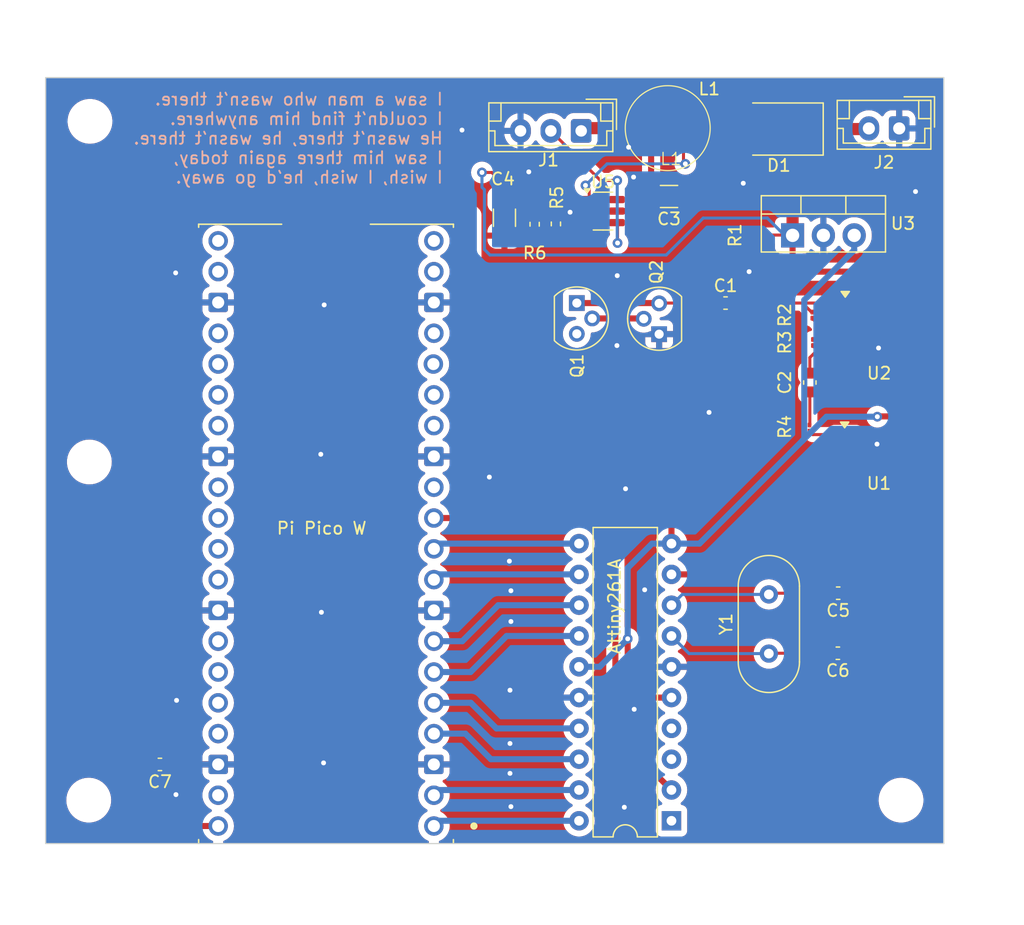
<source format=kicad_pcb>
(kicad_pcb (version 20221018) (generator pcbnew)
  (layers (0 "F.Cu" signal) (31 "B.Cu" signal) (34 "B.Paste" user) (35 "F.Paste" user) (36 "B.SilkS" user "B.Silkscreen") (37 "F.SilkS" user "F.Silkscreen") (38 "B.Mask" user) (39 "F.Mask" user) (44 "Edge.Cuts" user))
  (net 0 "")
  (net 1 "Net-(Q1-C)")
  (net 2 "Net-(C1-Pad2)")
  (net 3 "Net-(C2-Pad1)")
  (net 4 "Net-(C2-Pad2)")
  (net 5 "Net-(Q1-B)")
  (net 7 "Net-(A1-GP0)")
  (net 8 "Net-(R2-Pad2)")
  (net 9 "Net-(R4-Pad2)")
  (net 10 "Net-(U1-Pad2)")
  (net 23 "Net-(J1-Pin_1)")
  (net 24 "Net-(D1-A)")
  (net 25 "Net-(D1-K)")
  (net 26 "Net-(U5-FB)")
  (net 28 "Net-(A1-GP1)")
  (net 29 "Net-(A1-AGND)")
  (net 30 "Net-(A1-GP2)")
  (net 31 "Net-(A1-GP3)")
  (net 32 "Net-(A1-GP4)")
  (net 33 "Net-(A1-GP5)")
  (net 34 "Net-(A1-GP6)")
  (net 35 "Net-(A1-GP7)")
  (net 36 "Net-(A1-GP8)")
  (net 59 "Net-(A1-VBUS)")
  (net 60 "Net-(J1-Pin_2)")
  (net 61 "Net-(U6-XTAL2{slash}PB5)")
  (net 62 "Net-(U6-XTAL1{slash}PB4)")
  (net 63 "Net-(U6-PB6)")
  (footprint "customsoic:SOIC-14 5.4mm" (layer "F.Cu") (at 84.2148 99.441)
    (fp_text reference "" (at 0 -0.5 unlocked) (layer "F.SilkS") (effects (font (thickness 0.1))))
    (fp_text value "4069")
    (fp_poly (pts (xy -4.2825 -4.37) (xy -4.6225 -4.84) (xy -3.9425 -4.84) (xy -4.2825 -4.37)) (stroke (width 0.12)) (fill solid) (layer "F.SilkS"))
    (pad "1" smd roundrect (at -4.22 -3.81) (size 2.05 0.6) (layers "F.Cu" "F.Paste" "F.Mask") (net 9 "Net-(R4-Pad2)"))
    (pad "2" smd roundrect (at -4.22 -2.54) (size 2.05 0.6) (layers "F.Cu" "F.Paste" "F.Mask") (net 10 "Net-(U1-Pad2)"))
    (pad "3" smd roundrect (at -4.22 -1.27) (size 2.05 0.6) (layers "F.Cu" "F.Paste" "F.Mask") (net 10 "Net-(U1-Pad2)"))
    (pad "4" smd roundrect (at -4.22 0) (size 2.05 0.6) (layers "F.Cu" "F.Paste" "F.Mask") (net 63 "Net-(U6-PB6)"))
    (pad "5" smd roundrect (at -4.22 1.27) (size 2.05 0.6) (layers "F.Cu" "F.Paste" "F.Mask") (net 29 "Net-(A1-AGND)"))
    (pad "6" smd roundrect (at -4.22 2.54) (size 2.05 0.6) (layers "F.Cu" "F.Paste" "F.Mask"))
    (pad "7" smd roundrect (at -4.22 3.81) (size 2.05 0.6) (layers "F.Cu" "F.Paste" "F.Mask") (net 29 "Net-(A1-AGND)"))
    (pad "8" smd roundrect (at 1.18 3.81) (size 2.05 0.6) (layers "F.Cu" "F.Paste" "F.Mask"))
    (pad "9" smd roundrect (at 1.18 2.54) (size 2.05 0.6) (layers "F.Cu" "F.Paste" "F.Mask") (net 29 "Net-(A1-AGND)"))
    (pad "10" smd roundrect (at 1.18 1.27) (size 2.05 0.6) (layers "F.Cu" "F.Paste" "F.Mask"))
    (pad "11" smd roundrect (at 1.18 0) (size 2.05 0.6) (layers "F.Cu" "F.Paste" "F.Mask") (net 29 "Net-(A1-AGND)"))
    (pad "12" smd roundrect (at 1.18 -1.27) (size 2.05 0.6) (layers "F.Cu" "F.Paste" "F.Mask"))
    (pad "13" smd roundrect (at 1.18 -2.54) (size 2.05 0.6) (layers "F.Cu" "F.Paste" "F.Mask") (net 29 "Net-(A1-AGND)"))
    (pad "14" smd roundrect (at 1.18 -3.81) (size 2.05 0.6) (layers "F.Cu" "F.Paste" "F.Mask") (net 59 "Net-(A1-VBUS)"))
  )
  (footprint "Capacitor_SMD:C_0603_1608Metric" (layer "F.Cu") (at 79.375 113.665 180)
    (fp_text reference "C6" (at 0 -1.43) (layer "F.SilkS"))
    (fp_text value "22pF")
    (fp_line (start -0.14058 -0.51) (end 0.14058 -0.51) (stroke (width 0.12)) (layer "F.SilkS"))
    (fp_line (start -0.14058 0.51) (end 0.14058 0.51) (stroke (width 0.12)) (layer "F.SilkS"))
    (pad "1" smd roundrect (at -0.775 0 180) (size 0.9 0.95) (layers "F.Cu" "F.Paste" "F.Mask") (net 29 "Net-(A1-AGND)"))
    (pad "2" smd roundrect (at 0.775 0 180) (size 0.9 0.95) (layers "F.Cu" "F.Paste" "F.Mask") (net 62 "Net-(U6-XTAL1{slash}PB4)"))
  )
  (footprint "Capacitor_SMD:C_0603_1608Metric" (layer "F.Cu") (at 70.117 84.7852)
    (fp_text reference "C1" (at 0 -1.43) (layer "F.SilkS"))
    (fp_text value "0.1uF")
    (fp_line (start -0.14058 -0.51) (end 0.14058 -0.51) (stroke (width 0.12)) (layer "F.SilkS"))
    (fp_line (start -0.14058 0.51) (end 0.14058 0.51) (stroke (width 0.12)) (layer "F.SilkS"))
    (pad "1" smd roundrect (at -0.775 0) (size 0.9 0.95) (layers "F.Cu" "F.Paste" "F.Mask") (net 1 "Net-(Q1-C)"))
    (pad "2" smd roundrect (at 0.775 0) (size 0.9 0.95) (layers "F.Cu" "F.Paste" "F.Mask") (net 2 "Net-(C1-Pad2)"))
  )
  (footprint "Capacitor_SMD:C_0603_1608Metric" (layer "F.Cu") (at 79.4004 108.712 180)
    (fp_text reference "C5" (at 0 -1.43) (layer "F.SilkS"))
    (fp_text value "22pF")
    (fp_line (start -0.14058 -0.51) (end 0.14058 -0.51) (stroke (width 0.12)) (layer "F.SilkS"))
    (fp_line (start -0.14058 0.51) (end 0.14058 0.51) (stroke (width 0.12)) (layer "F.SilkS"))
    (pad "1" smd roundrect (at -0.775 0 180) (size 0.9 0.95) (layers "F.Cu" "F.Paste" "F.Mask") (net 29 "Net-(A1-AGND)"))
    (pad "2" smd roundrect (at 0.775 0 180) (size 0.9 0.95) (layers "F.Cu" "F.Paste" "F.Mask") (net 61 "Net-(U6-XTAL2{slash}PB5)"))
  )
  (footprint "Package_TO_SOT_SMD:SOT-23-6" (layer "F.Cu") (at 60.0147 77.2008)
    (fp_text reference "U5" (at 0 -2.4) (layer "F.SilkS"))
    (fp_text value "MT3608")
    (fp_line (start 0 -1.56) (end -0.8 -1.56) (stroke (width 0.12)) (layer "F.SilkS"))
    (fp_line (start 0 -1.56) (end 0.8 -1.56) (stroke (width 0.12)) (layer "F.SilkS"))
    (fp_line (start 0 1.56) (end -0.8 1.56) (stroke (width 0.12)) (layer "F.SilkS"))
    (fp_line (start 0 1.56) (end 0.8 1.56) (stroke (width 0.12)) (layer "F.SilkS"))
    (fp_poly (pts (xy -1.3 -1.51) (xy -1.54 -1.84) (xy -1.06 -1.84) (xy -1.3 -1.51)) (stroke (width 0.12)) (fill solid) (layer "F.SilkS"))
    (pad "1" smd roundrect (at -1.1375 -0.95) (size 1.325 0.6) (layers "F.Cu" "F.Paste" "F.Mask") (net 24 "Net-(D1-A)"))
    (pad "2" smd roundrect (at -1.1375 0) (size 1.325 0.6) (layers "F.Cu" "F.Paste" "F.Mask") (net 29 "Net-(A1-AGND)"))
    (pad "3" smd roundrect (at -1.1375 0.95) (size 1.325 0.6) (layers "F.Cu" "F.Paste" "F.Mask") (net 26 "Net-(U5-FB)"))
    (pad "4" smd roundrect (at 1.1375 0.95) (size 1.325 0.6) (layers "F.Cu" "F.Paste" "F.Mask") (net 60 "Net-(J1-Pin_2)"))
    (pad "5" smd roundrect (at 1.1375 0) (size 1.325 0.6) (layers "F.Cu" "F.Paste" "F.Mask") (net 23 "Net-(J1-Pin_1)"))
    (pad "6" smd roundrect (at 1.1375 -0.95) (size 1.325 0.6) (layers "F.Cu" "F.Paste" "F.Mask"))
  )
  (footprint "Resistor_SMD:R_0402_1005Metric" (layer "F.Cu") (at 54.3814 78.2848 90)
    (fp_text reference "R6" hide)
    (fp_text value "R" hide)
    (fp_line (start -0.153641 -0.38) (end 0.153641 -0.38) (stroke (width 0.12)) (layer "F.SilkS"))
    (fp_line (start -0.153641 0.38) (end 0.153641 0.38) (stroke (width 0.12)) (layer "F.SilkS"))
    (pad "1" smd roundrect (at -0.51 0 90) (size 0.54 0.64) (layers "F.Cu" "F.Paste" "F.Mask") (net 26 "Net-(U5-FB)"))
    (pad "2" smd roundrect (at 0.51 0 90) (size 0.54 0.64) (layers "F.Cu" "F.Paste" "F.Mask") (net 29 "Net-(A1-AGND)"))
  )
  (footprint "Capacitor_SMD:C_1206_3216Metric" (layer "F.Cu") (at 51.8922 77.7494 -90)
    (fp_text reference "C4" hide)
    (fp_text value "C" hide)
    (fp_line (start -0.711252 -0.91) (end 0.711252 -0.91) (stroke (width 0.12)) (layer "F.SilkS"))
    (fp_line (start -0.711252 0.91) (end 0.711252 0.91) (stroke (width 0.12)) (layer "F.SilkS"))
    (pad "1" smd roundrect (at -1.475 0 270) (size 1.15 1.8) (layers "F.Cu" "F.Paste" "F.Mask") (roundrect_rratio 0.2173913043) (net 25 "Net-(D1-K)"))
    (pad "2" smd roundrect (at 1.475 0 270) (size 1.15 1.8) (layers "F.Cu" "F.Paste" "F.Mask") (roundrect_rratio 0.2173913043) (net 29 "Net-(A1-AGND)"))
  )
  (footprint "Package_TO_SOT_THT:TO-92" (layer "F.Cu") (at 57.8568 84.7852 -90)
    (fp_text reference "Q2" (at -2.5654 -6.5576 90) (layer "F.SilkS"))
    (fp_text value "2N5551")
    (fp_line (start -0.53 1.85) (end 3.07 1.85) (stroke (width 0.12)) (layer "F.SilkS"))
    (fp_arc (start -0.568478 1.838478) (mid -1.132087 -0.994977) (end 1.27 -2.6) (stroke (width 0.12)) (layer "F.SilkS"))
    (fp_arc (start 1.27 -2.6) (mid 3.672087 -0.994977) (end 3.108478 1.838478) (stroke (width 0.12)) (layer "F.SilkS"))
    (pad "1" thru_hole rect (at 0 0 270) (size 1.3 1.3) (drill 0.75) (layers "*.Cu" "*.Mask") (net 1 "Net-(Q1-C)"))
    (pad "2" thru_hole circle (at 1.27 -1.27 270) (size 1.3 1.3) (drill 0.75) (layers "*.Cu" "*.Mask") (net 5 "Net-(Q1-B)"))
    (pad "3" thru_hole circle (at 2.54 0 270) (size 1.3 1.3) (drill 0.75) (layers "*.Cu" "*.Mask"))
  )
  (footprint "files:cd32" (layer "F.Cu") (at 65.3496 70.358)
    (fp_text reference "L1" (at 0.26 2.54 unlocked) (layer "F.SilkS") (effects (font (thickness 0.1))))
    (fp_text value "L")
    (fp_circle (center 0 0) (end 3.5 0) (stroke (width 0.1)) (fill none) (layer "F.SilkS"))
    (pad "1" smd roundrect (at -1.3 0) (size 1.4 3.5) (layers "F.Cu" "F.Paste" "F.Mask") (net 23 "Net-(J1-Pin_1)"))
    (pad "2" smd roundrect (at 1.3 0) (size 1.4 3.5) (layers "F.Cu" "F.Paste" "F.Mask") (net 24 "Net-(D1-A)"))
  )
  (footprint "customsoic:SOIC-14 5.4mm" (layer "F.Cu") (at 84.2656 88.6714)
    (fp_text reference "" (at 0 -0.5 unlocked) (layer "F.SilkS") (effects (font (thickness 0.1))))
    (fp_text value "4069")
    (fp_poly (pts (xy -4.2825 -4.37) (xy -4.6225 -4.84) (xy -3.9425 -4.84) (xy -4.2825 -4.37)) (stroke (width 0.12)) (fill solid) (layer "F.SilkS"))
    (pad "1" smd roundrect (at -4.22 -3.81) (size 2.05 0.6) (layers "F.Cu" "F.Paste" "F.Mask") (net 2 "Net-(C1-Pad2)"))
    (pad "2" smd roundrect (at -4.22 -2.54) (size 2.05 0.6) (layers "F.Cu" "F.Paste" "F.Mask") (net 8 "Net-(R2-Pad2)"))
    (pad "3" smd roundrect (at -4.22 -1.27) (size 2.05 0.6) (layers "F.Cu" "F.Paste" "F.Mask") (net 8 "Net-(R2-Pad2)"))
    (pad "4" smd roundrect (at -4.22 0) (size 2.05 0.6) (layers "F.Cu" "F.Paste" "F.Mask") (net 3 "Net-(C2-Pad1)"))
    (pad "5" smd roundrect (at -4.22 1.27) (size 2.05 0.6) (layers "F.Cu" "F.Paste" "F.Mask"))
    (pad "6" smd roundrect (at -4.22 2.54) (size 2.05 0.6) (layers "F.Cu" "F.Paste" "F.Mask"))
    (pad "7" smd roundrect (at -4.22 3.81) (size 2.05 0.6) (layers "F.Cu" "F.Paste" "F.Mask") (net 29 "Net-(A1-AGND)"))
    (pad "8" smd roundrect (at 1.18 3.81) (size 2.05 0.6) (layers "F.Cu" "F.Paste" "F.Mask"))
    (pad "9" smd roundrect (at 1.18 2.54) (size 2.05 0.6) (layers "F.Cu" "F.Paste" "F.Mask"))
    (pad "10" smd roundrect (at 1.18 1.27) (size 2.05 0.6) (layers "F.Cu" "F.Paste" "F.Mask"))
    (pad "11" smd roundrect (at 1.18 0) (size 2.05 0.6) (layers "F.Cu" "F.Paste" "F.Mask"))
    (pad "12" smd roundrect (at 1.18 -1.27) (size 2.05 0.6) (layers "F.Cu" "F.Paste" "F.Mask"))
    (pad "13" smd roundrect (at 1.18 -2.54) (size 2.05 0.6) (layers "F.Cu" "F.Paste" "F.Mask"))
    (pad "14" smd roundrect (at 1.18 -3.81) (size 2.05 0.6) (layers "F.Cu" "F.Paste" "F.Mask") (net 25 "Net-(D1-K)"))
  )
  (footprint "Diode_SMD:D_SMB" (layer "F.Cu") (at 74.5072 70.4342 180)
    (fp_text reference "D1" (at 0 -3) (layer "F.SilkS"))
    (fp_text value "D_Schottky")
    (fp_line (start -3.66 -2.15) (end -3.66 2.15) (stroke (width 0.12)) (layer "F.SilkS"))
    (fp_line (start -3.66 -2.15) (end 2.15 -2.15) (stroke (width 0.12)) (layer "F.SilkS"))
    (fp_line (start -3.66 2.15) (end 2.15 2.15) (stroke (width 0.12)) (layer "F.SilkS"))
    (pad "1" smd roundrect (at -2.15 0 180) (size 2.5 2.3) (layers "F.Cu" "F.Paste" "F.Mask") (roundrect_rratio 0.1086956522) (net 25 "Net-(D1-K)"))
    (pad "2" smd roundrect (at 2.15 0 180) (size 2.5 2.3) (layers "F.Cu" "F.Paste" "F.Mask") (roundrect_rratio 0.1086956522) (net 24 "Net-(D1-A)"))
  )
  (footprint "Resistor_SMD:R_01005_0402Metric" (layer "F.Cu") (at 77.2668 85.7802 -90)
    (fp_text reference "R2" (at 0 2.2668 90) (layer "F.SilkS"))
    (fp_text value "100k")
    (pad "1" smd roundrect (at -0.25 0 270) (size 0.4 0.3) (layers "F.Cu" "F.Mask") (net 2 "Net-(C1-Pad2)"))
    (pad "2" smd roundrect (at 0.25 0 270) (size 0.4 0.3) (layers "F.Cu" "F.Mask") (net 8 "Net-(R2-Pad2)"))
  )
  (footprint "MountingHole:MountingHole_3.2mm_M3" (layer "F.Cu") (at 84.582 125.7808)
    (fp_text reference "H1" hide)
    (fp_text value "MountingHole")
    (pad "" np_thru_hole circle (at 0 0) (size 3.2 3.2) (drill 3.2) (layers "*.Cu" "*.Mask"))
  )
  (footprint "Resistor_SMD:R_01005_0402Metric" (layer "F.Cu") (at 77.0382 95.0932 -90)
    (fp_text reference "R4" (at -0.0932 2.0382 90) (layer "F.SilkS"))
    (fp_text value "1k" hide)
    (pad "1" smd roundrect (at -0.25 0 270) (size 0.4 0.3) (layers "F.Cu" "F.Mask") (net 4 "Net-(C2-Pad2)"))
    (pad "2" smd roundrect (at 0.25 0 270) (size 0.4 0.3) (layers "F.Cu" "F.Mask") (net 9 "Net-(R4-Pad2)"))
  )
  (footprint "MountingHole:MountingHole_3.2mm_M3" (layer "F.Cu") (at 17.6276 125.7808)
    (fp_text reference "H3" hide)
    (fp_text value "MountingHole")
    (pad "" np_thru_hole circle (at 0 0) (size 3.2 3.2) (drill 3.2) (layers "*.Cu" "*.Mask"))
  )
  (footprint "Resistor_SMD:R_01005_0402Metric" (layer "F.Cu") (at 69.3674 79.4512 -90)
    (fp_text reference "R1" (at -0.254874 -1.534824 90) (layer "F.SilkS"))
    (fp_text value "20k")
    (pad "1" smd roundrect (at -0.25 0 270) (size 0.4 0.3) (layers "F.Cu" "F.Mask") (net 25 "Net-(D1-K)"))
    (pad "2" smd roundrect (at 0.25 0 270) (size 0.4 0.3) (layers "F.Cu" "F.Mask") (net 1 "Net-(Q1-C)"))
  )
  (footprint "PiPico:MODULE_SC0918" (layer "F.Cu") (at 37.1856 103.7844 180)
    (fp_text reference "A1" hide)
    (fp_text value "SC0918" hide)
    (fp_line (start -10.5 -25.25) (end -10.5 -25.5) (stroke (width 0.127)) (layer "F.SilkS"))
    (fp_line (start -10.5 25.5) (end -10.5 25.25) (stroke (width 0.127)) (layer "F.SilkS"))
    (fp_line (start -3.66 25.5) (end -10.5 25.5) (stroke (width 0.127)) (layer "F.SilkS"))
    (fp_line (start 10.5 -25.5) (end 10.5 -25.25) (stroke (width 0.127)) (layer "F.SilkS"))
    (fp_line (start 10.5 25.5) (end 3.66 25.5) (stroke (width 0.127)) (layer "F.SilkS"))
    (fp_line (start 10.5 25.5) (end 10.5 25.25) (stroke (width 0.127)) (layer "F.SilkS"))
    (fp_circle (center -12.19 -24.13) (end -11.99 -24.13) (stroke (width 0.2)) (fill solid) (layer "F.SilkS"))
    (pad "1" thru_hole circle (at -8.89 -24.13 180) (size 1.6 1.6) (drill 1) (layers "*.Cu" "*.Mask") (net 7 "Net-(A1-GP0)"))
    (pad "2" thru_hole circle (at -8.89 -21.59 180) (size 1.6 1.6) (drill 1) (layers "*.Cu" "*.Mask") (net 28 "Net-(A1-GP1)"))
    (pad "3" thru_hole roundrect (at -8.89 -19.05 180) (size 1.6 1.6) (drill 1) (layers "*.Cu" "*.Mask") (roundrect_rratio 0.125) (net 29 "Net-(A1-AGND)"))
    (pad "4" thru_hole circle (at -8.89 -16.51 180) (size 1.6 1.6) (drill 1) (layers "*.Cu" "*.Mask") (net 30 "Net-(A1-GP2)"))
    (pad "5" thru_hole circle (at -8.89 -13.97 180) (size 1.6 1.6) (drill 1) (layers "*.Cu" "*.Mask") (net 31 "Net-(A1-GP3)"))
    (pad "6" thru_hole circle (at -8.89 -11.43 180) (size 1.6 1.6) (drill 1) (layers "*.Cu" "*.Mask") (net 32 "Net-(A1-GP4)"))
    (pad "7" thru_hole circle (at -8.89 -8.89 180) (size 1.6 1.6) (drill 1) (layers "*.Cu" "*.Mask") (net 33 "Net-(A1-GP5)"))
    (pad "8" thru_hole roundrect (at -8.89 -6.35 180) (size 1.6 1.6) (drill 1) (layers "*.Cu" "*.Mask") (roundrect_rratio 0.125) (net 29 "Net-(A1-AGND)"))
    (pad "9" thru_hole circle (at -8.89 -3.81 180) (size 1.6 1.6) (drill 1) (layers "*.Cu" "*.Mask") (net 34 "Net-(A1-GP6)"))
    (pad "10" thru_hole circle (at -8.89 -1.27 180) (size 1.6 1.6) (drill 1) (layers "*.Cu" "*.Mask") (net 35 "Net-(A1-GP7)"))
    (pad "11" thru_hole circle (at -8.89 1.27 180) (size 1.6 1.6) (drill 1) (layers "*.Cu" "*.Mask") (net 36 "Net-(A1-GP8)"))
    (pad "12" thru_hole circle (at -8.89 3.81 180) (size 1.6 1.6) (drill 1) (layers "*.Cu" "*.Mask"))
    (pad "13" thru_hole roundrect (at -8.89 6.35 180) (size 1.6 1.6) (drill 1) (layers "*.Cu" "*.Mask") (roundrect_rratio 0.125) (net 29 "Net-(A1-AGND)"))
    (pad "14" thru_hole circle (at -8.89 8.89 180) (size 1.6 1.6) (drill 1) (layers "*.Cu" "*.Mask"))
    (pad "15" thru_hole circle (at -8.89 11.43 180) (size 1.6 1.6) (drill 1) (layers "*.Cu" "*.Mask"))
    (pad "16" thru_hole circle (at -8.848119 13.97 180) (size 1.6 1.6) (drill 1) (layers "*.Cu" "*.Mask"))
    (pad "17" thru_hole circle (at -8.89 16.51 180) (size 1.6 1.6) (drill 1) (layers "*.Cu" "*.Mask"))
    (pad "18" thru_hole roundrect (at -8.89 19.05 180) (size 1.6 1.6) (drill 1) (layers "*.Cu" "*.Mask") (roundrect_rratio 0.125) (net 29 "Net-(A1-AGND)"))
    (pad "19" thru_hole circle (at -8.89 21.59 180) (size 1.6 1.6) (drill 1) (layers "*.Cu" "*.Mask"))
    (pad "20" thru_hole circle (at -8.89 24.13 180) (size 1.6 1.6) (drill 1) (layers "*.Cu" "*.Mask"))
    (pad "21" thru_hole circle (at 8.89 24.13 180) (size 1.6 1.6) (drill 1) (layers "*.Cu" "*.Mask"))
    (pad "22" thru_hole circle (at 8.89 21.59 180) (size 1.6 1.6) (drill 1) (layers "*.Cu" "*.Mask"))
    (pad "23" thru_hole roundrect (at 8.89 19.05 180) (size 1.6 1.6) (drill 1) (layers "*.Cu" "*.Mask") (roundrect_rratio 0.125) (net 29 "Net-(A1-AGND)"))
    (pad "24" thru_hole circle (at 8.89 16.51 180) (size 1.6 1.6) (drill 1) (layers "*.Cu" "*.Mask"))
    (pad "25" thru_hole circle (at 8.89 13.97 180) (size 1.6 1.6) (drill 1) (layers "*.Cu" "*.Mask"))
    (pad "26" thru_hole circle (at 8.89 11.43 180) (size 1.6 1.6) (drill 1) (layers "*.Cu" "*.Mask"))
    (pad "27" thru_hole circle (at 8.89 8.89 180) (size 1.6 1.6) (drill 1) (layers "*.Cu" "*.Mask"))
    (pad "28" thru_hole roundrect (at 8.89 6.35 180) (size 1.6 1.6) (drill 1) (layers "*.Cu" "*.Mask") (roundrect_rratio 0.125) (net 29 "Net-(A1-AGND)"))
    (pad "29" thru_hole circle (at 8.89 3.81 180) (size 1.6 1.6) (drill 1) (layers "*.Cu" "*.Mask"))
    (pad "30" thru_hole circle (at 8.89 1.27 180) (size 1.6 1.6) (drill 1) (layers "*.Cu" "*.Mask"))
    (pad "31" thru_hole circle (at 8.89 -1.27 180) (size 1.6 1.6) (drill 1) (layers "*.Cu" "*.Mask"))
    (pad "32" thru_hole circle (at 8.89 -3.81 180) (size 1.6 1.6) (drill 1) (layers "*.Cu" "*.Mask"))
    (pad "33" thru_hole roundrect (at 8.89 -6.35 180) (size 1.6 1.6) (drill 1) (layers "*.Cu" "*.Mask") (roundrect_rratio 0.125) (net 29 "Net-(A1-AGND)"))
    (pad "34" thru_hole circle (at 8.89 -8.89 180) (size 1.6 1.6) (drill 1) (layers "*.Cu" "*.Mask"))
    (pad "35" thru_hole circle (at 8.89 -11.43 180) (size 1.6 1.6) (drill 1) (layers "*.Cu" "*.Mask"))
    (pad "36" thru_hole circle (at 8.89 -13.97 180) (size 1.6 1.6) (drill 1) (layers "*.Cu" "*.Mask"))
    (pad "37" thru_hole circle (at 8.89 -16.51 180) (size 1.6 1.6) (drill 1) (layers "*.Cu" "*.Mask"))
    (pad "38" thru_hole roundrect (at 8.89 -19.05 180) (size 1.6 1.6) (drill 1) (layers "*.Cu" "*.Mask") (roundrect_rratio 0.125) (net 29 "Net-(A1-AGND)"))
    (pad "39" thru_hole circle (at 8.89 -21.59 180) (size 1.6 1.6) (drill 1) (layers "*.Cu" "*.Mask"))
    (pad "40" thru_hole circle (at 8.89 -24.13 180) (size 1.6 1.6) (drill 1) (layers "*.Cu" "*.Mask") (net 59 "Net-(A1-VBUS)"))
  )
  (footprint "Package_DIP:DIP-20_W7.62mm" (layer "F.Cu") (at 65.659 127.4826 180)
    (fp_text reference "U6" hide)
    (fp_text value "ATtiny261A-P")
    (fp_line (start 1.16 -1.33) (end 1.16 24.19) (stroke (width 0.12)) (layer "F.SilkS"))
    (fp_line (start 1.16 24.19) (end 6.46 24.19) (stroke (width 0.12)) (layer "F.SilkS"))
    (fp_line (start 2.81 -1.33) (end 1.16 -1.33) (stroke (width 0.12)) (layer "F.SilkS"))
    (fp_line (start 6.46 -1.33) (end 4.81 -1.33) (stroke (width 0.12)) (layer "F.SilkS"))
    (fp_line (start 6.46 24.19) (end 6.46 -1.33) (stroke (width 0.12)) (layer "F.SilkS"))
    (fp_arc (start 4.81 -1.33) (mid 3.81 -0.33) (end 2.81 -1.33) (stroke (width 0.12)) (layer "F.SilkS"))
    (pad "1" thru_hole rect (at 0 0 180) (size 1.6 1.6) (drill 0.8) (layers "*.Cu" "*.Mask"))
    (pad "2" thru_hole oval (at 0 2.54 180) (size 1.6 1.6) (drill 0.8) (layers "*.Cu" "*.Mask") (net 36 "Net-(A1-GP8)"))
    (pad "3" thru_hole oval (at 0 5.08 180) (size 1.6 1.6) (drill 0.8) (layers "*.Cu" "*.Mask"))
    (pad "4" thru_hole oval (at 0 7.62 180) (size 1.6 1.6) (drill 0.8) (layers "*.Cu" "*.Mask"))
    (pad "5" thru_hole oval (at 0 10.16 180) (size 1.6 1.6) (drill 0.8) (layers "*.Cu" "*.Mask") (net 59 "Net-(A1-VBUS)"))
    (pad "6" thru_hole oval (at 0 12.7 180) (size 1.6 1.6) (drill 0.8) (layers "*.Cu" "*.Mask") (net 29 "Net-(A1-AGND)"))
    (pad "7" thru_hole oval (at 0 15.24 180) (size 1.6 1.6) (drill 0.8) (layers "*.Cu" "*.Mask") (net 62 "Net-(U6-XTAL1{slash}PB4)"))
    (pad "8" thru_hole oval (at 0 17.78 180) (size 1.6 1.6) (drill 0.8) (layers "*.Cu" "*.Mask") (net 61 "Net-(U6-XTAL2{slash}PB5)"))
    (pad "9" thru_hole oval (at 0 20.32 180) (size 1.6 1.6) (drill 0.8) (layers "*.Cu" "*.Mask") (net 63 "Net-(U6-PB6)"))
    (pad "10" thru_hole oval (at 0 22.86 180) (size 1.6 1.6) (drill 0.8) (layers "*.Cu" "*.Mask") (net 59 "Net-(A1-VBUS)"))
    (pad "11" thru_hole oval (at 7.62 22.86 180) (size 1.6 1.6) (drill 0.8) (layers "*.Cu" "*.Mask") (net 35 "Net-(A1-GP7)"))
    (pad "12" thru_hole oval (at 7.62 20.32 180) (size 1.6 1.6) (drill 0.8) (layers "*.Cu" "*.Mask") (net 34 "Net-(A1-GP6)"))
    (pad "13" thru_hole oval (at 7.62 17.78 180) (size 1.6 1.6) (drill 0.8) (layers "*.Cu" "*.Mask") (net 33 "Net-(A1-GP5)"))
    (pad "14" thru_hole oval (at 7.62 15.24 180) (size 1.6 1.6) (drill 0.8) (layers "*.Cu" "*.Mask") (net 32 "Net-(A1-GP4)"))
    (pad "15" thru_hole oval (at 7.62 12.7 180) (size 1.6 1.6) (drill 0.8) (layers "*.Cu" "*.Mask") (net 59 "Net-(A1-VBUS)"))
    (pad "16" thru_hole oval (at 7.62 10.16 180) (size 1.6 1.6) (drill 0.8) (layers "*.Cu" "*.Mask") (net 29 "Net-(A1-AGND)"))
    (pad "17" thru_hole oval (at 7.62 7.62 180) (size 1.6 1.6) (drill 0.8) (layers "*.Cu" "*.Mask") (net 31 "Net-(A1-GP3)"))
    (pad "18" thru_hole oval (at 7.62 5.08 180) (size 1.6 1.6) (drill 0.8) (layers "*.Cu" "*.Mask") (net 30 "Net-(A1-GP2)"))
    (pad "19" thru_hole oval (at 7.62 2.54 180) (size 1.6 1.6) (drill 0.8) (layers "*.Cu" "*.Mask") (net 28 "Net-(A1-GP1)"))
    (pad "20" thru_hole oval (at 7.62 0 180) (size 1.6 1.6) (drill 0.8) (layers "*.Cu" "*.Mask") (net 7 "Net-(A1-GP0)"))
  )
  (footprint "Capacitor_SMD:C_1206_3216Metric" (layer "F.Cu") (at 65.4576 75.9968 180)
    (fp_text reference "C3" (at 0 -1.85) (layer "F.SilkS"))
    (fp_text value "C")
    (fp_line (start -0.711252 -0.91) (end 0.711252 -0.91) (stroke (width 0.12)) (layer "F.SilkS"))
    (fp_line (start -0.711252 0.91) (end 0.711252 0.91) (stroke (width 0.12)) (layer "F.SilkS"))
    (pad "1" smd roundrect (at -1.475 0 180) (size 1.15 1.8) (layers "F.Cu" "F.Paste" "F.Mask") (roundrect_rratio 0.2173913043) (net 29 "Net-(A1-AGND)"))
    (pad "2" smd roundrect (at 1.475 0 180) (size 1.15 1.8) (layers "F.Cu" "F.Paste" "F.Mask") (roundrect_rratio 0.2173913043) (net 23 "Net-(J1-Pin_1)"))
  )
  (footprint "Connector_JST:JST_EH_B3B-EH-A_1x03_P2.50mm_Vertical" (layer "F.Cu") (at 58.2168 70.5866 180)
    (fp_text reference "J1" (at 2.6924 -2.413) (layer "F.SilkS"))
    (fp_text value "Conn_01x03_Pin")
    (fp_line (start -2.91 0.11) (end -2.91 2.61) (stroke (width 0.12)) (layer "F.SilkS"))
    (fp_line (start -2.91 2.61) (end -0.41 2.61) (stroke (width 0.12)) (layer "F.SilkS"))
    (fp_line (start -2.61 -1.71) (end -2.61 2.31) (stroke (width 0.12)) (layer "F.SilkS"))
    (fp_line (start -2.61 0) (end -2.11 0) (stroke (width 0.12)) (layer "F.SilkS"))
    (fp_line (start -2.61 0.81) (end -1.61 0.81) (stroke (width 0.12)) (layer "F.SilkS"))
    (fp_line (start -2.61 2.31) (end 7.61 2.31) (stroke (width 0.12)) (layer "F.SilkS"))
    (fp_line (start -2.11 -1.21) (end 7.11 -1.21) (stroke (width 0.12)) (layer "F.SilkS"))
    (fp_line (start -2.11 0) (end -2.11 -1.21) (stroke (width 0.12)) (layer "F.SilkS"))
    (fp_line (start -1.61 0.81) (end -1.61 2.31) (stroke (width 0.12)) (layer "F.SilkS"))
    (fp_line (start 6.61 0.81) (end 6.61 2.31) (stroke (width 0.12)) (layer "F.SilkS"))
    (fp_line (start 7.11 -1.21) (end 7.11 0) (stroke (width 0.12)) (layer "F.SilkS"))
    (fp_line (start 7.11 0) (end 7.61 0) (stroke (width 0.12)) (layer "F.SilkS"))
    (fp_line (start 7.61 -1.71) (end -2.61 -1.71) (stroke (width 0.12)) (layer "F.SilkS"))
    (fp_line (start 7.61 0.81) (end 6.61 0.81) (stroke (width 0.12)) (layer "F.SilkS"))
    (fp_line (start 7.61 2.31) (end 7.61 -1.71) (stroke (width 0.12)) (layer "F.SilkS"))
    (pad "1" thru_hole roundrect (at 0 0 180) (size 1.7 1.95) (drill 0.95) (layers "*.Cu" "*.Mask") (roundrect_rratio 0.1470588235) (net 23 "Net-(J1-Pin_1)"))
    (pad "2" thru_hole oval (at 2.5 0 180) (size 1.7 1.95) (drill 0.95) (layers "*.Cu" "*.Mask") (net 60 "Net-(J1-Pin_2)"))
    (pad "3" thru_hole oval (at 5 0 180) (size 1.7 1.95) (drill 0.95) (layers "*.Cu" "*.Mask") (net 29 "Net-(A1-AGND)"))
  )
  (footprint "Capacitor_SMD:C_0603_1608Metric" (layer "F.Cu") (at 23.495 122.8344 180)
    (fp_text reference "C7" (at 0 -1.43) (layer "F.SilkS"))
    (fp_text value "0.1uF")
    (fp_line (start -0.14058 -0.51) (end 0.14058 -0.51) (stroke (width 0.12)) (layer "F.SilkS"))
    (fp_line (start -0.14058 0.51) (end 0.14058 0.51) (stroke (width 0.12)) (layer "F.SilkS"))
    (pad "1" smd roundrect (at -0.775 0 180) (size 0.9 0.95) (layers "F.Cu" "F.Paste" "F.Mask") (net 29 "Net-(A1-AGND)"))
    (pad "2" smd roundrect (at 0.775 0 180) (size 0.9 0.95) (layers "F.Cu" "F.Paste" "F.Mask") (net 59 "Net-(A1-VBUS)"))
  )
  (footprint "MountingHole:MountingHole_3.2mm_M3" (layer "F.Cu") (at 17.6784 97.8916)
    (fp_text reference "H4" hide)
    (fp_text value "MountingHole")
    (pad "" np_thru_hole circle (at 0 0) (size 3.2 3.2) (drill 3.2) (layers "*.Cu" "*.Mask"))
  )
  (footprint "Package_TO_SOT_THT:TO-220-3_Vertical" (layer "F.Cu") (at 75.6412 79.2024)
    (fp_text reference "U3" (at 9.100693 -0.975774) (layer "F.SilkS"))
    (fp_text value "LM7805_TO220")
    (fp_line (start -2.58 -3.27) (end -2.58 1.371) (stroke (width 0.12)) (layer "F.SilkS"))
    (fp_line (start -2.58 -3.27) (end 7.66 -3.27) (stroke (width 0.12)) (layer "F.SilkS"))
    (fp_line (start -2.58 -1.76) (end 7.66 -1.76) (stroke (width 0.12)) (layer "F.SilkS"))
    (fp_line (start -2.58 1.371) (end 7.66 1.371) (stroke (width 0.12)) (layer "F.SilkS"))
    (fp_line (start 0.69 -3.27) (end 0.69 -1.76) (stroke (width 0.12)) (layer "F.SilkS"))
    (fp_line (start 4.391 -3.27) (end 4.391 -1.76) (stroke (width 0.12)) (layer "F.SilkS"))
    (fp_line (start 7.66 -3.27) (end 7.66 1.371) (stroke (width 0.12)) (layer "F.SilkS"))
    (pad "1" thru_hole rect (at 0 0) (size 1.905 2) (drill 1.1) (layers "*.Cu" "*.Mask") (net 25 "Net-(D1-K)"))
    (pad "2" thru_hole oval (at 2.54 0) (size 1.905 2) (drill 1.1) (layers "*.Cu" "*.Mask") (net 29 "Net-(A1-AGND)"))
    (pad "3" thru_hole oval (at 5.08 0) (size 1.905 2) (drill 1.1) (layers "*.Cu" "*.Mask") (net 59 "Net-(A1-VBUS)"))
  )
  (footprint "Capacitor_SMD:C_0603_1608Metric" (layer "F.Cu") (at 77.0636 91.3384 -90)
    (fp_text reference "C2" (at 0 2.0636 90) (layer "F.SilkS"))
    (fp_text value "0.1uF")
    (fp_line (start -0.14058 -0.51) (end 0.14058 -0.51) (stroke (width 0.12)) (layer "F.SilkS"))
    (fp_line (start -0.14058 0.51) (end 0.14058 0.51) (stroke (width 0.12)) (layer "F.SilkS"))
    (pad "1" smd roundrect (at -0.775 0 270) (size 0.9 0.95) (layers "F.Cu" "F.Paste" "F.Mask") (net 3 "Net-(C2-Pad1)"))
    (pad "2" smd roundrect (at 0.775 0 270) (size 0.9 0.95) (layers "F.Cu" "F.Paste" "F.Mask") (net 4 "Net-(C2-Pad2)"))
  )
  (footprint "MountingHole:MountingHole_3.2mm_M3" (layer "F.Cu") (at 17.7292 69.7992)
    (fp_text reference "H2" hide)
    (fp_text value "MountingHole")
    (pad "" np_thru_hole circle (at 0 0) (size 3.2 3.2) (drill 3.2) (layers "*.Cu" "*.Mask"))
  )
  (footprint "Package_TO_SOT_THT:TO-92" (layer "F.Cu") (at 64.643 87.3506 90)
    (fp_text reference "Q1" (at -2.6162 -6.7564 90) (layer "F.SilkS"))
    (fp_text value "2N5551")
    (fp_line (start -0.53 1.85) (end 3.07 1.85) (stroke (width 0.12)) (layer "F.SilkS"))
    (fp_arc (start -0.568478 1.838478) (mid -1.132087 -0.994977) (end 1.27 -2.6) (stroke (width 0.12)) (layer "F.SilkS"))
    (fp_arc (start 1.27 -2.6) (mid 3.672087 -0.994977) (end 3.108478 1.838478) (stroke (width 0.12)) (layer "F.SilkS"))
    (pad "1" thru_hole rect (at 0 0 90) (size 1.3 1.3) (drill 0.75) (layers "*.Cu" "*.Mask") (net 29 "Net-(A1-AGND)"))
    (pad "2" thru_hole circle (at 1.27 -1.27 90) (size 1.3 1.3) (drill 0.75) (layers "*.Cu" "*.Mask") (net 5 "Net-(Q1-B)"))
    (pad "3" thru_hole circle (at 2.54 0 90) (size 1.3 1.3) (drill 0.75) (layers "*.Cu" "*.Mask") (net 1 "Net-(Q1-C)"))
  )
  (footprint "Connector_JST:JST_EH_B2B-EH-A_1x02_P2.50mm_Vertical" (layer "F.Cu") (at 84.4296 70.3834 180)
    (fp_text reference "J2" (at 1.25 -2.8) (layer "F.SilkS"))
    (fp_text value "Conn_01x02_Pin" hide)
    (fp_line (start -2.91 0.11) (end -2.91 2.61) (stroke (width 0.12)) (layer "F.SilkS"))
    (fp_line (start -2.91 2.61) (end -0.41 2.61) (stroke (width 0.12)) (layer "F.SilkS"))
    (fp_line (start -2.61 -1.71) (end -2.61 2.31) (stroke (width 0.12)) (layer "F.SilkS"))
    (fp_line (start -2.61 0) (end -2.11 0) (stroke (width 0.12)) (layer "F.SilkS"))
    (fp_line (start -2.61 0.81) (end -1.61 0.81) (stroke (width 0.12)) (layer "F.SilkS"))
    (fp_line (start -2.61 2.31) (end 5.11 2.31) (stroke (width 0.12)) (layer "F.SilkS"))
    (fp_line (start -2.11 -1.21) (end 4.61 -1.21) (stroke (width 0.12)) (layer "F.SilkS"))
    (fp_line (start -2.11 0) (end -2.11 -1.21) (stroke (width 0.12)) (layer "F.SilkS"))
    (fp_line (start -1.61 0.81) (end -1.61 2.31) (stroke (width 0.12)) (layer "F.SilkS"))
    (fp_line (start 4.11 0.81) (end 4.11 2.31) (stroke (width 0.12)) (layer "F.SilkS"))
    (fp_line (start 4.61 -1.21) (end 4.61 0) (stroke (width 0.12)) (layer "F.SilkS"))
    (fp_line (start 4.61 0) (end 5.11 0) (stroke (width 0.12)) (layer "F.SilkS"))
    (fp_line (start 5.11 -1.71) (end -2.61 -1.71) (stroke (width 0.12)) (layer "F.SilkS"))
    (fp_line (start 5.11 0.81) (end 4.11 0.81) (stroke (width 0.12)) (layer "F.SilkS"))
    (fp_line (start 5.11 2.31) (end 5.11 -1.71) (stroke (width 0.12)) (layer "F.SilkS"))
    (pad "1" thru_hole roundrect (at 0 0 180) (size 1.7 2) (drill 1) (layers "*.Cu" "*.Mask") (roundrect_rratio 0.1470588235) (net 29 "Net-(A1-AGND)"))
    (pad "2" thru_hole oval (at 2.5 0 180) (size 1.7 2) (drill 1) (layers "*.Cu" "*.Mask") (net 25 "Net-(D1-K)"))
  )
  (footprint "Crystal:Crystal_HC49-U_Vertical" (layer "F.Cu") (at 73.6854 113.6936 90)
    (fp_text reference "Y1" (at 2.44 -3.525 90) (layer "F.SilkS"))
    (fp_text value "Crystal")
    (fp_line (start -0.685 -2.525) (end 5.565 -2.525) (stroke (width 0.12)) (layer "F.SilkS"))
    (fp_line (start -0.685 2.525) (end 5.565 2.525) (stroke (width 0.12)) (layer "F.SilkS"))
    (fp_arc (start -0.685 2.525) (mid -3.21 0) (end -0.685 -2.525) (stroke (width 0.12)) (layer "F.SilkS"))
    (fp_arc (start 5.565 -2.525) (mid 8.09 0) (end 5.565 2.525) (stroke (width 0.12)) (layer "F.SilkS"))
    (pad "1" thru_hole circle (at 0 0 90) (size 1.5 1.5) (drill 0.8) (layers "*.Cu" "*.Mask") (net 62 "Net-(U6-XTAL1{slash}PB4)"))
    (pad "2" thru_hole circle (at 4.88 0 90) (size 1.5 1.5) (drill 0.8) (layers "*.Cu" "*.Mask") (net 61 "Net-(U6-XTAL2{slash}PB5)"))
  )
  (footprint "Resistor_SMD:R_0402_1005Metric" (layer "F.Cu") (at 56.134 78.2574 -90)
    (fp_text reference "R5" (at -2.159 -0.0762 90) (layer "F.SilkS"))
    (fp_text value "R" hide)
    (fp_line (start -0.153641 -0.38) (end 0.153641 -0.38) (stroke (width 0.12)) (layer "F.SilkS"))
    (fp_line (start -0.153641 0.38) (end 0.153641 0.38) (stroke (width 0.12)) (layer "F.SilkS"))
    (pad "1" smd roundrect (at -0.51 0 270) (size 0.54 0.64) (layers "F.Cu" "F.Paste" "F.Mask") (net 25 "Net-(D1-K)"))
    (pad "2" smd roundrect (at 0.51 0 270) (size 0.54 0.64) (layers "F.Cu" "F.Paste" "F.Mask") (net 26 "Net-(U5-FB)"))
  )
  (footprint "Resistor_SMD:R_01005_0402Metric" (layer "F.Cu") (at 77.3176 88.0364 -90)
    (fp_text reference "R3" (at 0 2.3176 90) (layer "F.SilkS"))
    (fp_text value "100k")
    (pad "1" smd roundrect (at -0.25 0 270) (size 0.4 0.3) (layers "F.Cu" "F.Mask") (net 8 "Net-(R2-Pad2)"))
    (pad "2" smd roundrect (at 0.25 0 270) (size 0.4 0.3) (layers "F.Cu" "F.Mask") (net 3 "Net-(C2-Pad1)"))
  )
  (gr_rect (start 14.0716 66.1924) (end 88.1126 129.3622) (stroke (width 0.1)) (fill none) (layer "Edge.Cuts"))
  (gr_text "I saw a man who wasn't there.\nI couldn't find him anywhere.\nHe wasn't there, he wasn't there.\nI saw him there again today,\nI wish, I wish, he'd go away." (at 46.902649 75) (layer "B.SilkS") (effects (font (size 1 1)) (justify left bottom mirror)))
  (gr_text "Pi Pico W" (at 33.036366 103.944539) (layer "F.SilkS") (effects (font (size 1 1)) (justify left bottom)))
  (gr_text "Attiny261A" (at 61.550686 113.83257 90) (layer "F.SilkS") (effects (font (size 1 1)) (justify left bottom)))
  (gr_text "U1" (at 81.661018 100.245798) (layer "F.SilkS") (effects (font (size 1 1)) (justify left bottom)))
  (gr_text "C4" (at 50.694018 75.138803) (layer "F.SilkS") (effects (font (size 1 1)) (justify left bottom)))
  (gr_text "U2" (at 81.671774 91.156698) (layer "F.SilkS") (effects (font (size 1 1)) (justify left bottom)))
  (gr_text "R6" (at 53.313939 81.246169) (layer "F.SilkS") (effects (font (size 1 1)) (justify left bottom)))
  (gr_text "L1" (at 67.792345 67.715334) (layer "F.SilkS") (effects (font (size 1 1)) (justify left bottom)))
  (segment (start 69.342 84.7852) (end 68.8924 84.3356) (width 0.25) (layer "F.Cu") (net 1))
  (segment (start 68.8924 80.1762) (end 69.3424 79.7262) (width 0.25) (layer "F.Cu") (net 1))
  (segment (start 57.8568 84.7852) (end 64.6176 84.7852) (width 0.5) (layer "F.Cu") (net 1))
  (segment (start 64.6684 84.7852) (end 64.643 84.8106) (width 0.25) (layer "F.Cu") (net 1))
  (segment (start 69.342 84.7852) (end 64.6684 84.7852) (width 0.25) (layer "F.Cu") (net 1))
  (segment (start 68.8924 84.3356) (end 68.8924 80.1762) (width 0.25) (layer "F.Cu") (net 1))
  (segment (start 69.3424 79.7262) (end 69.3674 79.7262) (width 0.25) (layer "F.Cu") (net 1))
  (segment (start 57.8822 84.8106) (end 57.8568 84.7852) (width 0.25) (layer "F.Cu") (net 1))
  (segment (start 64.6176 84.7852) (end 64.643 84.8106) (width 0.25) (layer "F.Cu") (net 1))
  (segment (start 64.6176 84.7852) (end 64.643 84.8106) (width 0.25) (layer "B.Cu") (net 1))
  (segment (start 76.454 84.7852) (end 77.174 85.5052) (width 0.25) (layer "F.Cu") (net 2))
  (segment (start 77.174 85.5052) (end 77.2668 85.5052) (width 0.25) (layer "F.Cu") (net 2))
  (segment (start 70.892 84.7852) (end 76.454 84.7852) (width 0.25) (layer "F.Cu") (net 2))
  (segment (start 76.454 84.7852) (end 79.9694 84.7852) (width 0.25) (layer "F.Cu") (net 2))
  (segment (start 79.9694 84.7852) (end 80.0456 84.8614) (width 0.25) (layer "F.Cu") (net 2))
  (segment (start 77.6776 88.6714) (end 77.3176 88.3114) (width 0.25) (layer "F.Cu") (net 3))
  (segment (start 80.0456 88.6714) (end 77.6776 88.6714) (width 0.25) (layer "F.Cu") (net 3))
  (segment (start 77.0636 89.2854) (end 77.0636 90.5634) (width 0.25) (layer "F.Cu") (net 3))
  (segment (start 77.6776 88.6714) (end 77.0636 89.2854) (width 0.25) (layer "F.Cu") (net 3))
  (segment (start 77.0636 92.1134) (end 77.0636 94.7928) (width 0.25) (layer "F.Cu") (net 4))
  (segment (start 77.0636 94.7928) (end 77.0382 94.8182) (width 0.25) (layer "F.Cu") (net 4))
  (segment (start 63.3476 86.0552) (end 63.373 86.0806) (width 0.25) (layer "F.Cu") (net 5))
  (segment (start 59.1268 86.0552) (end 63.3476 86.0552) (width 0.5) (layer "F.Cu") (net 5))
  (segment (start 63.3476 86.0552) (end 63.373 86.0806) (width 0.5) (layer "B.Cu") (net 5))
  (segment (start 58.039 127.4826) (end 46.5074 127.4826) (width 0.5) (layer "B.Cu") (net 7))
  (segment (start 46.5074 127.4826) (end 46.0756 127.9144) (width 0.5) (layer "B.Cu") (net 7))
  (segment (start 80.0456 87.4014) (end 78.613 87.4014) (width 0.25) (layer "F.Cu") (net 8))
  (segment (start 78.613 87.4014) (end 78.253 87.7614) (width 0.25) (layer "F.Cu") (net 8))
  (segment (start 78.253 87.7614) (end 77.3176 87.7614) (width 0.25) (layer "F.Cu") (net 8))
  (segment (start 78.613 87.4014) (end 77.343 86.1314) (width 0.25) (layer "F.Cu") (net 8))
  (segment (start 77.343 86.1314) (end 80.0456 86.1314) (width 0.25) (layer "F.Cu") (net 8))
  (segment (start 77.301 95.631) (end 77.0382 95.3682) (width 0.25) (layer "F.Cu") (net 9))
  (segment (start 79.9948 95.631) (end 77.301 95.631) (width 0.25) (layer "F.Cu") (net 9))
  (segment (start 79.9948 96.901) (end 79.9948 98.171) (width 0.25) (layer "F.Cu") (net 10))
  (segment (start 58.4454 70.358) (end 58.2168 70.5866) (width 1) (layer "F.Cu") (net 23))
  (segment (start 61.1522 77.2008) (end 62.7786 77.2008) (width 0.5) (layer "F.Cu") (net 23))
  (segment (start 64.0496 70.358) (end 58.4454 70.358) (width 1) (layer "F.Cu") (net 23))
  (segment (start 63.9826 75.9968) (end 63.9826 70.425) (width 0.5) (layer "F.Cu") (net 23))
  (segment (start 63.9826 70.425) (end 64.0496 70.358) (width 0.5) (layer "F.Cu") (net 23))
  (segment (start 62.7786 77.2008) (end 63.9826 75.9968) (width 0.5) (layer "F.Cu") (net 23))
  (segment (start 66.802 73.3044) (end 66.6496 73.152) (width 0.25) (layer "F.Cu") (net 24))
  (segment (start 58.8772 75.3872) (end 58.5724 75.0824) (width 0.25) (layer "F.Cu") (net 24))
  (segment (start 72.281 70.358) (end 72.3572 70.4342) (width 1) (layer "F.Cu") (net 24))
  (segment (start 58.8772 76.2508) (end 58.8772 75.3872) (width 0.25) (layer "F.Cu") (net 24))
  (segment (start 66.6496 70.358) (end 72.281 70.358) (width 1) (layer "F.Cu") (net 24))
  (segment (start 66.6496 73.152) (end 66.6496 70.358) (width 0.25) (layer "F.Cu") (net 24))
  (via (at 58.5724 75.0824) (size 0.8) (drill 0.4) (layers "F.Cu" "B.Cu") (net 24))
  (via (at 66.802 73.3044) (size 0.8) (drill 0.4) (layers "F.Cu" "B.Cu") (net 24))
  (segment (start 60.3504 73.3044) (end 66.802 73.3044) (width 0.25) (layer "B.Cu") (net 24))
  (segment (start 58.5724 75.0824) (end 60.3504 73.3044) (width 0.25) (layer "B.Cu") (net 24))
  (segment (start 51.8922 75.057) (end 50.8508 74.0156) (width 0.25) (layer "F.Cu") (net 25))
  (segment (start 56.134 76.7334) (end 55.675 76.2744) (width 0.25) (layer "F.Cu") (net 25))
  (segment (start 75.6412 81.6864) (end 75.6412 79.2024) (width 0.5) (layer "F.Cu") (net 25))
  (segment (start 75.615 79.1762) (end 69.3674 79.1762) (width 0.25) (layer "F.Cu") (net 25))
  (segment (start 76.1492 82.1944) (end 75.6412 81.6864) (width 0.5) (layer "F.Cu") (net 25))
  (segment (start 55.675 76.2744) (end 51.8922 76.2744) (width 0.25) (layer "F.Cu") (net 25))
  (segment (start 51.8922 76.2744) (end 51.8922 75.057) (width 0.25) (layer "F.Cu") (net 25))
  (segment (start 50.8508 74.0156) (end 50.038 74.0156) (width 0.25) (layer "F.Cu") (net 25))
  (segment (start 75.6412 79.2024) (end 75.615 79.1762) (width 0.25) (layer "F.Cu") (net 25))
  (segment (start 75.6412 79.2024) (end 75.6412 74.93) (width 1) (layer "F.Cu") (net 25))
  (segment (start 81.8788 70.4342) (end 81.9296 70.3834) (width 1) (layer "F.Cu") (net 25))
  (segment (start 76.6572 73.914) (end 76.6572 70.4342) (width 1) (layer "F.Cu") (net 25))
  (segment (start 76.6572 70.4342) (end 81.8788 70.4342) (width 1) (layer "F.Cu") (net 25))
  (segment (start 75.6412 74.93) (end 76.6572 73.914) (width 1) (layer "F.Cu") (net 25))
  (segment (start 85.4456 84.8614) (end 82.7786 82.1944) (width 0.5) (layer "F.Cu") (net 25))
  (segment (start 56.134 76.7334) (end 56.134 77.7474) (width 0.25) (layer "F.Cu") (net 25))
  (segment (start 82.7786 82.1944) (end 76.1492 82.1944) (width 0.5) (layer "F.Cu") (net 25))
  (via (at 50.038 74.0156) (size 0.8) (drill 0.4) (layers "F.Cu" "B.Cu") (net 25))
  (segment (start 50.2412 75.438) (end 50.2412 80.3656) (width 0.25) (layer "B.Cu") (net 25))
  (segment (start 73.5584 77.7748) (end 74.986 79.2024) (width 0.25) (layer "B.Cu") (net 25))
  (segment (start 74.986 79.2024) (end 75.6412 79.2024) (width 0.25) (layer "B.Cu") (net 25))
  (segment (start 50.6984 80.8228) (end 65.2272 80.8228) (width 0.25) (layer "B.Cu") (net 25))
  (segment (start 50.038 74.0156) (end 50.038 75.2348) (width 0.25) (layer "B.Cu") (net 25))
  (segment (start 50.038 75.2348) (end 50.2412 75.438) (width 0.25) (layer "B.Cu") (net 25))
  (segment (start 50.2412 80.3656) (end 50.6984 80.8228) (width 0.25) (layer "B.Cu") (net 25))
  (segment (start 65.2272 80.8228) (end 68.2752 77.7748) (width 0.25) (layer "B.Cu") (net 25))
  (segment (start 68.2752 77.7748) (end 73.5584 77.7748) (width 0.25) (layer "B.Cu") (net 25))
  (segment (start 54.4088 78.7674) (end 54.3814 78.7948) (width 0.25) (layer "F.Cu") (net 26))
  (segment (start 57.402 78.7674) (end 58.0186 78.1508) (width 0.25) (layer "F.Cu") (net 26))
  (segment (start 56.134 78.7674) (end 57.402 78.7674) (width 0.25) (layer "F.Cu") (net 26))
  (segment (start 58.8772 78.1508) (end 58.0186 78.1508) (width 0.25) (layer "F.Cu") (net 26))
  (segment (start 56.134 78.7674) (end 54.4088 78.7674) (width 0.25) (layer "F.Cu") (net 26))
  (segment (start 58.039 124.9426) (end 46.5074 124.9426) (width 0.5) (layer "B.Cu") (net 28))
  (segment (start 46.5074 124.9426) (end 46.0756 125.3744) (width 0.5) (layer "B.Cu") (net 28))
  (segment (start 78.1812 79.2024) (end 78.1812 79.502) (width 0.25) (layer "F.Cu") (net 29))
  (segment (start 80.0456 92.4814) (end 80.0456 92.6998) (width 0.25) (layer "F.Cu") (net 29))
  (segment (start 58.8772 77.2008) (end 57.3938 77.2008) (width 0.25) (layer "F.Cu") (net 29))
  (segment (start 57.3938 77.2008) (end 57.3024 77.2922) (width 0.25) (layer "F.Cu") (net 29))
  (segment (start 24.27 122.8344) (end 28.2956 122.8344) (width 0.5) (layer "F.Cu") (net 29))
  (via (at 52.4256 111.0488) (size 0.8) (drill 0.4) (layers "F.Cu" "B.Cu") (net 29))
  (via (at 52.3494 121.1072) (size 0.8) (drill 0.4) (layers "F.Cu" "B.Cu") (net 29))
  (via (at 62.5856 118.2878) (size 0.8) (drill 0.4) (layers "F.Cu" "B.Cu") (net 29))
  (via (at 24.7904 82.296) (size 0.8) (drill 0.4) (layers "F.Cu" "B.Cu") (net 29))
  (via (at 82.6008 96.4184) (size 0.8) (drill 0.4) (layers "F.Cu" "B.Cu") (net 29))
  (via (at 61.7728 126.365) (size 0.8) (drill 0.4) (layers "F.Cu" "B.Cu") (net 29))
  (via (at 71.5772 74.9046) (size 0.8) (drill 0.4) (layers "F.Cu" "B.Cu") (net 29))
  (via (at 36.7538 97.2566) (size 0.8) (drill 0.4) (layers "F.Cu" "B.Cu") (net 29))
  (via (at 82.7278 88.4936) (size 0.8) (drill 0.4) (layers "F.Cu" "B.Cu") (net 29))
  (via (at 24.8666 117.5512) (size 0.8) (drill 0.4) (layers "F.Cu" "B.Cu") (net 29))
  (via (at 61.1886 82.5246) (size 0.8) (drill 0.4) (layers "F.Cu" "B.Cu") (net 29))
  (via (at 52.2986 106.0704) (size 0.8) (drill 0.4) (layers "F.Cu" "B.Cu") (net 29))
  (via (at 61.8744 100.1014) (size 0.8) (drill 0.4) (layers "F.Cu" "B.Cu") (net 29))
  (via (at 50.6476 99.1362) (size 0.8) (drill 0.4) (layers "F.Cu" "B.Cu") (net 29))
  (via (at 62.5348 74.3966) (size 0.8) (drill 0.4) (layers "F.Cu" "B.Cu") (net 29))
  (via (at 37.0332 84.9376) (size 0.8) (drill 0.4) (layers "F.Cu" "B.Cu") (net 29))
  (via (at 48.392932 70.519094) (size 0.8) (drill 0.4) (layers "F.Cu" "B.Cu") (net 29))
  (via (at 36.9824 122.7074) (size 0.8) (drill 0.4) (layers "F.Cu" "B.Cu") (net 29))
  (via (at 24.8158 125.3236) (size 0.8) (drill 0.4) (layers "F.Cu" "B.Cu") (net 29))
  (via (at 36.8046 110.2868) (size 0.8) (drill 0.4) (layers "F.Cu" "B.Cu") (net 29))
  (via (at 52.3494 123.571) (size 0.8) (drill 0.4) (layers "F.Cu" "B.Cu") (net 29))
  (via (at 63.4492 108.4326) (size 0.8) (drill 0.4) (layers "F.Cu" "B.Cu") (net 29))
  (via (at 52.4256 126.3142) (size 0.8) (drill 0.4) (layers "F.Cu" "B.Cu") (net 29))
  (via (at 85.7758 75.5904) (size 0.8) (drill 0.4) (layers "F.Cu" "B.Cu") (net 29))
  (via (at 53.8988 73.9648) (size 0.8) (drill 0.4) (layers "F.Cu" "B.Cu") (net 29))
  (via (at 52.4256 108.5088) (size 0.8) (drill 0.4) (layers "F.Cu" "B.Cu") (net 29))
  (via (at 57.3024 77.2922) (size 0.8) (drill 0.4) (layers "F.Cu" "B.Cu") (net 29))
  (via (at 72.0598 82.1944) (size 0.8) (drill 0.4) (layers "F.Cu" "B.Cu") (net 29))
  (via (at 68.7578 93.8022) (size 0.8) (drill 0.4) (layers "F.Cu" "B.Cu") (net 29))
  (via (at 61.1632 88.2904) (size 0.8) (drill 0.4) (layers "F.Cu" "B.Cu") (net 29))
  (via (at 52.3494 116.713) (size 0.8) (drill 0.4) (layers "F.Cu" "B.Cu") (net 29))
  (via (at 62.1284 71.9328) (size 0.8) (drill 0.4) (layers "F.Cu" "B.Cu") (net 29))
  (segment (start 58.039 122.4026) (end 50.7746 122.4026) (width 0.5) (layer "B.Cu") (net 30))
  (segment (start 48.6664 120.2944) (end 46.0756 120.2944) (width 0.5) (layer "B.Cu") (net 30))
  (segment (start 50.7746 122.4026) (end 48.6664 120.2944) (width 0.5) (layer "B.Cu") (net 30))
  (segment (start 58.039 119.8626) (end 51.2318 119.8626) (width 0.5) (layer "B.Cu") (net 31))
  (segment (start 51.2318 119.8626) (end 49.1236 117.7544) (width 0.5) (layer "B.Cu") (net 31))
  (segment (start 49.1236 117.7544) (end 46.0756 117.7544) (width 0.5) (layer "B.Cu") (net 31))
  (segment (start 49.0982 115.2144) (end 46.0756 115.2144) (width 0.5) (layer "B.Cu") (net 32))
  (segment (start 52.07 112.2426) (end 49.0982 115.2144) (width 0.5) (layer "B.Cu") (net 32))
  (segment (start 58.039 112.2426) (end 52.07 112.2426) (width 0.5) (layer "B.Cu") (net 32))
  (segment (start 58.039 109.7026) (end 51.3842 109.7026) (width 0.5) (layer "B.Cu") (net 33))
  (segment (start 48.4124 112.6744) (end 46.0756 112.6744) (width 0.5) (layer "B.Cu") (net 33))
  (segment (start 51.3842 109.7026) (end 48.4124 112.6744) (width 0.5) (layer "B.Cu") (net 33))
  (segment (start 58.039 107.1626) (end 46.5074 107.1626) (width 0.5) (layer "B.Cu") (net 34))
  (segment (start 46.5074 107.1626) (end 46.0756 107.5944) (width 0.5) (layer "B.Cu") (net 34))
  (segment (start 46.5074 104.6226) (end 46.0756 105.0544) (width 0.5) (layer "B.Cu") (net 35))
  (segment (start 58.039 104.6226) (end 46.5074 104.6226) (width 0.5) (layer "B.Cu") (net 35))
  (segment (start 61.0362 120.3198) (end 61.0362 103.632) (width 0.5) (layer "F.Cu") (net 36))
  (segment (start 61.0362 103.632) (end 59.9186 102.5144) (width 0.5) (layer "F.Cu") (net 36))
  (segment (start 59.9186 102.5144) (end 46.0756 102.5144) (width 0.5) (layer "F.Cu") (net 36))
  (segment (start 65.659 124.9426) (end 61.0362 120.3198) (width 0.5) (layer "F.Cu") (net 36))
  (segment (start 25.2984 73.9394) (end 45.6438 73.9394) (width 0.5) (layer "F.Cu") (net 59))
  (segment (start 22.72 76.5178) (end 25.2984 73.9394) (width 0.5) (layer "F.Cu") (net 59))
  (segment (start 62.0522 115.5446) (end 62.0522 112.4712) (width 0.5) (layer "F.Cu") (net 59))
  (segment (start 82.6516 94.1324) (end 82.6262 94.1578) (width 0.5) (layer "F.Cu") (net 59))
  (segment (start 49.2506 89.1032) (end 56.9976 96.8502) (width 0.5) (layer "F.Cu") (net 59))
  (segment (start 25.5016 127.9144) (end 22.72 125.1328) (width 0.5) (layer "F.Cu") (net 59))
  (segment (start 65.659 99.6188) (end 65.659 104.6226) (width 0.5) (layer "F.Cu") (net 59))
  (segment (start 83.8962 94.1324) (end 83.6168 94.1324) (width 0.5) (layer "F.Cu") (net 59))
  (segment (start 56.9976 96.8502) (end 62.8904 96.8502) (width 0.5) (layer "F.Cu") (net 59))
  (segment (start 28.2956 127.9144) (end 25.5016 127.9144) (width 0.5) (layer "F.Cu") (net 59))
  (segment (start 22.72 125.1328) (end 22.72 122.8344) (width 0.5) (layer "F.Cu") (net 59))
  (segment (start 85.3948 95.631) (end 83.8962 94.1324) (width 0.5) (layer "F.Cu") (net 59))
  (segment (start 45.6438 73.9394) (end 49.2506 77.5462) (width 0.5) (layer "F.Cu") (net 59))
  (segment (start 65.659 117.3226) (end 63.8302 117.3226) (width 0.5) (layer "F.Cu") (net 59))
  (segment (start 49.2506 77.5462) (end 49.2506 89.1032) (width 0.5) (layer "F.Cu") (net 59))
  (segment (start 63.8302 117.3226) (end 62.0522 115.5446) (width 0.5) (layer "F.Cu") (net 59))
  (segment (start 83.6168 94.1324) (end 82.6516 94.1324) (width 0.5) (layer "F.Cu") (net 59))
  (segment (start 62.8904 96.8502) (end 65.659 99.6188) (width 0.5) (layer "F.Cu") (net 59))
  (segment (start 22.72 122.8344) (end 22.72 76.5178) (width 0.5) (layer "F.Cu") (net 59))
  (via (at 82.6262 94.1578) (size 0.8) (drill 0.4) (layers "F.Cu" "B.Cu") (net 59))
  (via (at 62.0522 112.4712) (size 0.8) (drill 0.4) (layers "F.Cu" "B.Cu") (net 59))
  (segment (start 80.7212 80.4164) (end 76.6064 84.5312) (width 0.5) (layer "B.Cu") (net 59))
  (segment (start 62.0522 106.6292) (end 64.0588 104.6226) (width 0.5) (layer "B.Cu") (net 59))
  (segment (start 76.4413 96.1517) (end 67.9704 104.6226) (width 0.5) (layer "B.Cu") (net 59))
  (segment (start 64.0588 104.6226) (end 65.659 104.6226) (width 0.5) (layer "B.Cu") (net 59))
  (segment (start 59.7408 114.7826) (end 62.0522 112.4712) (width 0.5) (layer "B.Cu") (net 59))
  (segment (start 76.6064 84.5312) (end 76.6064 95.9866) (width 0.5) (layer "B.Cu") (net 59))
  (segment (start 76.6064 95.9866) (end 76.4413 96.1517) (width 0.5) (layer "B.Cu") (net 59))
  (segment (start 58.039 114.7826) (end 59.7408 114.7826) (width 0.5) (layer "B.Cu") (net 59))
  (segment (start 78.4352 94.1578) (end 76.4413 96.1517) (width 0.5) (layer "B.Cu") (net 59))
  (segment (start 80.7212 79.2024) (end 80.7212 80.4164) (width 0.5) (layer "B.Cu") (net 59))
  (segment (start 67.9704 104.6226) (end 65.659 104.6226) (width 0.5) (layer "B.Cu") (net 59))
  (segment (start 82.6262 94.1578) (end 78.4352 94.1578) (width 0.5) (layer "B.Cu") (net 59))
  (segment (start 62.0522 112.4712) (end 62.0522 106.6292) (width 0.5) (layer "B.Cu") (net 59))
  (segment (start 55.7168 70.5866) (end 59.8062 74.676) (width 0.25) (layer "F.Cu") (net 60))
  (segment (start 61.214 79.8322) (end 61.214 78.2126) (width 0.25) (layer "F.Cu") (net 60))
  (segment (start 59.8062 74.676) (end 61.1886 74.676) (width 0.25) (layer "F.Cu") (net 60))
  (via (at 61.214 79.8322) (size 0.8) (drill 0.4) (layers "F.Cu" "B.Cu") (net 60))
  (via (at 61.1886 74.676) (size 0.8) (drill 0.4) (layers "F.Cu" "B.Cu") (net 60))
  (segment (start 61.1886 79.8068) (end 61.214 79.8322) (width 0.25) (layer "B.Cu") (net 60))
  (segment (start 61.1886 74.676) (end 61.1886 79.8068) (width 0.25) (layer "B.Cu") (net 60))
  (segment (start 73.787 108.712) (end 73.6854 108.8136) (width 0.25) (layer "F.Cu") (net 61))
  (segment (start 78.6254 108.712) (end 73.787 108.712) (width 0.25) (layer "F.Cu") (net 61))
  (segment (start 73.6854 108.8136) (end 66.548 108.8136) (width 0.25) (layer "B.Cu") (net 61))
  (segment (start 66.548 108.8136) (end 65.659 109.7026) (width 0.25) (layer "B.Cu") (net 61))
  (segment (start 78.6 113.665) (end 73.714 113.665) (width 0.25) (layer "F.Cu") (net 62))
  (segment (start 73.714 113.665) (end 73.6854 113.6936) (width 0.25) (layer "F.Cu") (net 62))
  (segment (start 73.6854 113.6936) (end 67.11 113.6936) (width 0.25) (layer "B.Cu") (net 62))
  (segment (start 67.11 113.6936) (end 65.659 112.2426) (width 0.25) (layer "B.Cu") (net 62))
  (segment (start 79.9948 99.441) (end 75.7174 99.441) (width 0.5) (layer "F.Cu") (net 63))
  (segment (start 75.7174 99.441) (end 67.9958 107.1626) (width 0.5) (layer "F.Cu") (net 63))
  (segment (start 67.9958 107.1626) (end 65.659 107.1626) (width 0.5) (layer "F.Cu") (net 63))
  (zone (net 29) (net_name "Net-(A1-AGND)") (layer "F.Cu") (priority 1) (connect_pads (clearance 0.5)) (min_thickness 0.25) (fill yes (thermal_gap 0.5) (thermal_bridge_width 0.5))
    (polygon (pts (xy 24.4856 62.3824) (xy 94.7166 62.0268) (xy 93.9292 134.7724) (xy 11.2776 132.6388) (xy 10.9728 62.3316)))
  )
  (zone (net 29) (net_name "Net-(A1-AGND)") (layer "B.Cu") (connect_pads (clearance 0.5)) (min_thickness 0.25) (fill yes (thermal_gap 0.5) (thermal_bridge_width 0.5))
    (polygon (pts (xy 11.5316 59.7916) (xy 10.3124 136.0932) (xy 92.2528 135.3312) (xy 92.6846 62.5348)))
  )
)
</source>
